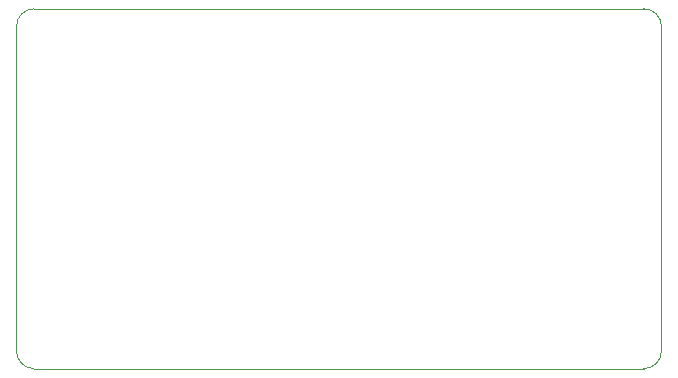
<source format=gbr>
%TF.GenerationSoftware,KiCad,Pcbnew,(6.0.0-0)*%
%TF.CreationDate,2022-04-04T00:22:25-07:00*%
%TF.ProjectId,aeroh_one,6165726f-685f-46f6-9e65-2e6b69636164,rev?*%
%TF.SameCoordinates,Original*%
%TF.FileFunction,Profile,NP*%
%FSLAX46Y46*%
G04 Gerber Fmt 4.6, Leading zero omitted, Abs format (unit mm)*
G04 Created by KiCad (PCBNEW (6.0.0-0)) date 2022-04-04 00:22:25*
%MOMM*%
%LPD*%
G01*
G04 APERTURE LIST*
%TA.AperFunction,Profile*%
%ADD10C,0.050000*%
%TD*%
G04 APERTURE END LIST*
D10*
X125857000Y-106402000D02*
X125857000Y-133882000D01*
X125857000Y-133882000D02*
G75*
G03*
X127357000Y-135382000I1500001J1D01*
G01*
X127357000Y-135382000D02*
X178967000Y-135382000D01*
X180467000Y-106402000D02*
X180467000Y-133882000D01*
X180467000Y-106402000D02*
G75*
G03*
X178967000Y-104902000I-1500001J-1D01*
G01*
X127357000Y-104902000D02*
X178967000Y-104902000D01*
X178967000Y-135382000D02*
G75*
G03*
X180467000Y-133882000I-1J1500001D01*
G01*
X127357000Y-104902000D02*
G75*
G03*
X125857000Y-106402000I1J-1500001D01*
G01*
M02*

</source>
